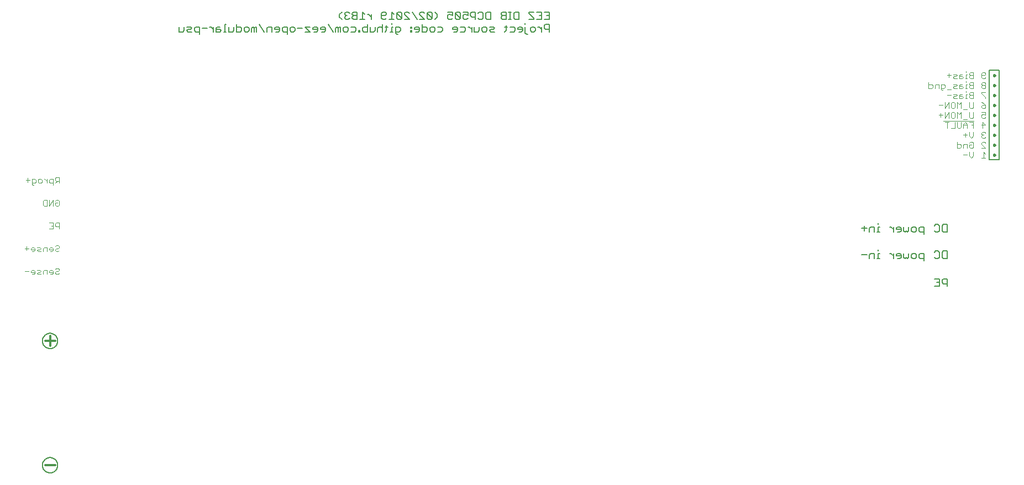
<source format=gbo>
G75*
%MOIN*%
%OFA0B0*%
%FSLAX25Y25*%
%IPPOS*%
%LPD*%
%AMOC8*
5,1,8,0,0,1.08239X$1,22.5*
%
%ADD10C,0.00500*%
%ADD11C,0.00400*%
%ADD12C,0.00800*%
%ADD13C,0.01200*%
%ADD14C,0.01000*%
%ADD15C,0.00600*%
D10*
X0577066Y0288614D02*
X0580069Y0288614D01*
X0581670Y0288614D02*
X0581670Y0286362D01*
X0581670Y0288614D02*
X0582421Y0289365D01*
X0584673Y0289365D01*
X0584673Y0286362D01*
X0586241Y0286362D02*
X0587742Y0286362D01*
X0586991Y0286362D02*
X0586991Y0289365D01*
X0587742Y0289365D01*
X0586991Y0290866D02*
X0586991Y0291617D01*
X0593931Y0289365D02*
X0594681Y0289365D01*
X0596183Y0287863D01*
X0596183Y0286362D02*
X0596183Y0289365D01*
X0597784Y0288614D02*
X0597784Y0287863D01*
X0600787Y0287863D01*
X0600787Y0287113D02*
X0600787Y0288614D01*
X0600036Y0289365D01*
X0598535Y0289365D01*
X0597784Y0288614D01*
X0598535Y0286362D02*
X0600036Y0286362D01*
X0600787Y0287113D01*
X0602388Y0287113D02*
X0602388Y0289365D01*
X0602388Y0287113D02*
X0603139Y0286362D01*
X0603889Y0287113D01*
X0604640Y0286362D01*
X0605390Y0287113D01*
X0605390Y0289365D01*
X0606992Y0288614D02*
X0607742Y0289365D01*
X0609244Y0289365D01*
X0609994Y0288614D01*
X0609994Y0287113D01*
X0609244Y0286362D01*
X0607742Y0286362D01*
X0606992Y0287113D01*
X0606992Y0288614D01*
X0611596Y0288614D02*
X0611596Y0287113D01*
X0612346Y0286362D01*
X0614598Y0286362D01*
X0614598Y0284861D02*
X0614598Y0289365D01*
X0612346Y0289365D01*
X0611596Y0288614D01*
X0620804Y0287113D02*
X0621554Y0286362D01*
X0623056Y0286362D01*
X0623806Y0287113D01*
X0623806Y0290115D01*
X0623056Y0290866D01*
X0621554Y0290866D01*
X0620804Y0290115D01*
X0625408Y0290115D02*
X0626158Y0290866D01*
X0628410Y0290866D01*
X0628410Y0286362D01*
X0626158Y0286362D01*
X0625408Y0287113D01*
X0625408Y0290115D01*
X0626158Y0302362D02*
X0625408Y0303113D01*
X0625408Y0306115D01*
X0626158Y0306866D01*
X0628410Y0306866D01*
X0628410Y0302362D01*
X0626158Y0302362D01*
X0623806Y0303113D02*
X0623056Y0302362D01*
X0621554Y0302362D01*
X0620804Y0303113D01*
X0623806Y0303113D02*
X0623806Y0306115D01*
X0623056Y0306866D01*
X0621554Y0306866D01*
X0620804Y0306115D01*
X0614598Y0305365D02*
X0614598Y0300861D01*
X0614598Y0302362D02*
X0612346Y0302362D01*
X0611596Y0303113D01*
X0611596Y0304614D01*
X0612346Y0305365D01*
X0614598Y0305365D01*
X0609994Y0304614D02*
X0609244Y0305365D01*
X0607742Y0305365D01*
X0606992Y0304614D01*
X0606992Y0303113D01*
X0607742Y0302362D01*
X0609244Y0302362D01*
X0609994Y0303113D01*
X0609994Y0304614D01*
X0605390Y0305365D02*
X0605390Y0303113D01*
X0604640Y0302362D01*
X0603889Y0303113D01*
X0603139Y0302362D01*
X0602388Y0303113D01*
X0602388Y0305365D01*
X0600787Y0304614D02*
X0600036Y0305365D01*
X0598535Y0305365D01*
X0597784Y0304614D01*
X0597784Y0303863D01*
X0600787Y0303863D01*
X0600787Y0303113D02*
X0600787Y0304614D01*
X0600787Y0303113D02*
X0600036Y0302362D01*
X0598535Y0302362D01*
X0596183Y0302362D02*
X0596183Y0305365D01*
X0596183Y0303863D02*
X0594681Y0305365D01*
X0593931Y0305365D01*
X0587742Y0305365D02*
X0586991Y0305365D01*
X0586991Y0302362D01*
X0586241Y0302362D02*
X0587742Y0302362D01*
X0584673Y0302362D02*
X0584673Y0305365D01*
X0582421Y0305365D01*
X0581670Y0304614D01*
X0581670Y0302362D01*
X0580069Y0304614D02*
X0577066Y0304614D01*
X0578568Y0306115D02*
X0578568Y0303113D01*
X0586991Y0306866D02*
X0586991Y0307617D01*
X0620804Y0274116D02*
X0623806Y0274116D01*
X0623806Y0269612D01*
X0620804Y0269612D01*
X0622305Y0271864D02*
X0623806Y0271864D01*
X0625408Y0271864D02*
X0626158Y0271113D01*
X0628410Y0271113D01*
X0628410Y0269612D02*
X0628410Y0274116D01*
X0626158Y0274116D01*
X0625408Y0273365D01*
X0625408Y0271864D01*
X0388544Y0423096D02*
X0388544Y0427600D01*
X0386292Y0427600D01*
X0385541Y0426850D01*
X0385541Y0425348D01*
X0386292Y0424598D01*
X0388544Y0424598D01*
X0383940Y0424598D02*
X0382439Y0426099D01*
X0381688Y0426099D01*
X0380103Y0425348D02*
X0380103Y0423847D01*
X0379353Y0423096D01*
X0377852Y0423096D01*
X0377101Y0423847D01*
X0377101Y0425348D01*
X0377852Y0426099D01*
X0379353Y0426099D01*
X0380103Y0425348D01*
X0383940Y0426099D02*
X0383940Y0423096D01*
X0383940Y0430596D02*
X0380937Y0430596D01*
X0379336Y0430596D02*
X0376334Y0430596D01*
X0379336Y0430596D02*
X0379336Y0431347D01*
X0376334Y0434350D01*
X0376334Y0435100D01*
X0379336Y0435100D01*
X0380937Y0435100D02*
X0383940Y0435100D01*
X0383940Y0430596D01*
X0385541Y0430596D02*
X0388544Y0430596D01*
X0388544Y0435100D01*
X0385541Y0435100D01*
X0387043Y0432848D02*
X0388544Y0432848D01*
X0383940Y0432848D02*
X0382439Y0432848D01*
X0373998Y0428351D02*
X0373998Y0427600D01*
X0373998Y0426099D02*
X0373998Y0422346D01*
X0374749Y0421595D01*
X0375500Y0421595D01*
X0372430Y0423847D02*
X0371680Y0423096D01*
X0370178Y0423096D01*
X0369428Y0424598D02*
X0372430Y0424598D01*
X0372430Y0425348D02*
X0371680Y0426099D01*
X0370178Y0426099D01*
X0369428Y0425348D01*
X0369428Y0424598D01*
X0367826Y0425348D02*
X0367826Y0423847D01*
X0367076Y0423096D01*
X0364824Y0423096D01*
X0362472Y0423847D02*
X0361721Y0423096D01*
X0362472Y0423847D02*
X0362472Y0426850D01*
X0363222Y0426099D02*
X0361721Y0426099D01*
X0364824Y0426099D02*
X0367076Y0426099D01*
X0367826Y0425348D01*
X0372430Y0425348D02*
X0372430Y0423847D01*
X0370128Y0430596D02*
X0367876Y0430596D01*
X0367126Y0431347D01*
X0367126Y0434350D01*
X0367876Y0435100D01*
X0370128Y0435100D01*
X0370128Y0430596D01*
X0365524Y0430596D02*
X0364023Y0430596D01*
X0364774Y0430596D02*
X0364774Y0435100D01*
X0365524Y0435100D02*
X0364023Y0435100D01*
X0362455Y0435100D02*
X0360203Y0435100D01*
X0359452Y0434350D01*
X0359452Y0433599D01*
X0360203Y0432848D01*
X0362455Y0432848D01*
X0362455Y0430596D02*
X0360203Y0430596D01*
X0359452Y0431347D01*
X0359452Y0432098D01*
X0360203Y0432848D01*
X0362455Y0430596D02*
X0362455Y0435100D01*
X0353247Y0435100D02*
X0353247Y0430596D01*
X0350995Y0430596D01*
X0350245Y0431347D01*
X0350245Y0434350D01*
X0350995Y0435100D01*
X0353247Y0435100D01*
X0348643Y0434350D02*
X0348643Y0431347D01*
X0347893Y0430596D01*
X0346391Y0430596D01*
X0345641Y0431347D01*
X0344039Y0430596D02*
X0344039Y0435100D01*
X0341787Y0435100D01*
X0341037Y0434350D01*
X0341037Y0432848D01*
X0341787Y0432098D01*
X0344039Y0432098D01*
X0345641Y0434350D02*
X0346391Y0435100D01*
X0347893Y0435100D01*
X0348643Y0434350D01*
X0348693Y0426099D02*
X0350195Y0426099D01*
X0350945Y0425348D01*
X0350945Y0423847D01*
X0350195Y0423096D01*
X0348693Y0423096D01*
X0347943Y0423847D01*
X0347943Y0425348D01*
X0348693Y0426099D01*
X0346341Y0426099D02*
X0346341Y0423847D01*
X0345591Y0423096D01*
X0343339Y0423096D01*
X0343339Y0426099D01*
X0341737Y0426099D02*
X0341737Y0423096D01*
X0341737Y0424598D02*
X0340236Y0426099D01*
X0339485Y0426099D01*
X0337901Y0425348D02*
X0337901Y0423847D01*
X0337150Y0423096D01*
X0334898Y0423096D01*
X0333297Y0423847D02*
X0333297Y0425348D01*
X0332546Y0426099D01*
X0331045Y0426099D01*
X0330294Y0425348D01*
X0330294Y0424598D01*
X0333297Y0424598D01*
X0333297Y0423847D02*
X0332546Y0423096D01*
X0331045Y0423096D01*
X0334898Y0426099D02*
X0337150Y0426099D01*
X0337901Y0425348D01*
X0337184Y0430596D02*
X0338685Y0430596D01*
X0339435Y0431347D01*
X0339435Y0432848D02*
X0337934Y0433599D01*
X0337184Y0433599D01*
X0336433Y0432848D01*
X0336433Y0431347D01*
X0337184Y0430596D01*
X0334832Y0431347D02*
X0331829Y0434350D01*
X0331829Y0431347D01*
X0332580Y0430596D01*
X0334081Y0430596D01*
X0334832Y0431347D01*
X0334832Y0434350D01*
X0334081Y0435100D01*
X0332580Y0435100D01*
X0331829Y0434350D01*
X0330228Y0435100D02*
X0330228Y0432848D01*
X0328726Y0433599D01*
X0327976Y0433599D01*
X0327225Y0432848D01*
X0327225Y0431347D01*
X0327976Y0430596D01*
X0329477Y0430596D01*
X0330228Y0431347D01*
X0330228Y0435100D02*
X0327225Y0435100D01*
X0321020Y0433599D02*
X0321020Y0432098D01*
X0319518Y0430596D01*
X0317950Y0431347D02*
X0314948Y0434350D01*
X0314948Y0431347D01*
X0315699Y0430596D01*
X0317200Y0430596D01*
X0317950Y0431347D01*
X0317950Y0434350D01*
X0317200Y0435100D01*
X0315699Y0435100D01*
X0314948Y0434350D01*
X0313347Y0434350D02*
X0312596Y0435100D01*
X0311095Y0435100D01*
X0310344Y0434350D01*
X0310344Y0433599D01*
X0313347Y0430596D01*
X0310344Y0430596D01*
X0308743Y0430596D02*
X0305740Y0435100D01*
X0304139Y0434350D02*
X0303388Y0435100D01*
X0301887Y0435100D01*
X0301136Y0434350D01*
X0301136Y0433599D01*
X0304139Y0430596D01*
X0301136Y0430596D01*
X0299535Y0431347D02*
X0296532Y0434350D01*
X0296532Y0431347D01*
X0297283Y0430596D01*
X0298784Y0430596D01*
X0299535Y0431347D01*
X0299535Y0434350D01*
X0298784Y0435100D01*
X0297283Y0435100D01*
X0296532Y0434350D01*
X0294931Y0433599D02*
X0293430Y0435100D01*
X0293430Y0430596D01*
X0294931Y0430596D02*
X0291928Y0430596D01*
X0290327Y0431347D02*
X0289576Y0430596D01*
X0288075Y0430596D01*
X0287324Y0431347D01*
X0287324Y0434350D01*
X0288075Y0435100D01*
X0289576Y0435100D01*
X0290327Y0434350D01*
X0290327Y0433599D01*
X0289576Y0432848D01*
X0287324Y0432848D01*
X0288025Y0427600D02*
X0288025Y0423096D01*
X0289593Y0423096D02*
X0290344Y0423847D01*
X0290344Y0426850D01*
X0291094Y0426099D02*
X0289593Y0426099D01*
X0288025Y0425348D02*
X0287274Y0426099D01*
X0285773Y0426099D01*
X0285022Y0425348D01*
X0285022Y0423096D01*
X0283421Y0423847D02*
X0282670Y0423096D01*
X0280418Y0423096D01*
X0280418Y0426099D01*
X0278817Y0426099D02*
X0276565Y0426099D01*
X0275815Y0425348D01*
X0275815Y0423847D01*
X0276565Y0423096D01*
X0278817Y0423096D01*
X0278817Y0427600D01*
X0277282Y0430596D02*
X0274280Y0430596D01*
X0275781Y0430596D02*
X0275781Y0435100D01*
X0277282Y0433599D01*
X0278867Y0433599D02*
X0279618Y0433599D01*
X0281119Y0432098D01*
X0281119Y0433599D02*
X0281119Y0430596D01*
X0283421Y0426099D02*
X0283421Y0423847D01*
X0292662Y0423096D02*
X0294164Y0423096D01*
X0293413Y0423096D02*
X0293413Y0426099D01*
X0294164Y0426099D01*
X0295765Y0426099D02*
X0298017Y0426099D01*
X0298767Y0425348D01*
X0298767Y0423847D01*
X0298017Y0423096D01*
X0295765Y0423096D01*
X0295765Y0422346D02*
X0295765Y0426099D01*
X0293413Y0427600D02*
X0293413Y0428351D01*
X0295765Y0422346D02*
X0296516Y0421595D01*
X0297266Y0421595D01*
X0304923Y0423096D02*
X0304923Y0423847D01*
X0305673Y0423847D01*
X0305673Y0423096D01*
X0304923Y0423096D01*
X0304923Y0425348D02*
X0305673Y0425348D01*
X0305673Y0426099D01*
X0304923Y0426099D01*
X0304923Y0425348D01*
X0307275Y0425348D02*
X0307275Y0424598D01*
X0310277Y0424598D01*
X0310277Y0425348D02*
X0309527Y0426099D01*
X0308025Y0426099D01*
X0307275Y0425348D01*
X0308025Y0423096D02*
X0309527Y0423096D01*
X0310277Y0423847D01*
X0310277Y0425348D01*
X0311879Y0426099D02*
X0314131Y0426099D01*
X0314881Y0425348D01*
X0314881Y0423847D01*
X0314131Y0423096D01*
X0311879Y0423096D01*
X0311879Y0427600D01*
X0316483Y0425348D02*
X0317233Y0426099D01*
X0318734Y0426099D01*
X0319485Y0425348D01*
X0319485Y0423847D01*
X0318734Y0423096D01*
X0317233Y0423096D01*
X0316483Y0423847D01*
X0316483Y0425348D01*
X0321086Y0426099D02*
X0323338Y0426099D01*
X0324089Y0425348D01*
X0324089Y0423847D01*
X0323338Y0423096D01*
X0321086Y0423096D01*
X0339435Y0432848D02*
X0339435Y0435100D01*
X0336433Y0435100D01*
X0321020Y0433599D02*
X0319518Y0435100D01*
X0352547Y0426099D02*
X0354799Y0426099D01*
X0355549Y0425348D01*
X0354799Y0424598D01*
X0353297Y0424598D01*
X0352547Y0423847D01*
X0353297Y0423096D01*
X0355549Y0423096D01*
X0274213Y0423096D02*
X0273463Y0423096D01*
X0273463Y0423847D01*
X0274213Y0423847D01*
X0274213Y0423096D01*
X0271911Y0423847D02*
X0271161Y0423096D01*
X0268909Y0423096D01*
X0267307Y0423847D02*
X0266557Y0423096D01*
X0265055Y0423096D01*
X0264305Y0423847D01*
X0264305Y0425348D01*
X0265055Y0426099D01*
X0266557Y0426099D01*
X0267307Y0425348D01*
X0267307Y0423847D01*
X0268909Y0426099D02*
X0271161Y0426099D01*
X0271911Y0425348D01*
X0271911Y0423847D01*
X0272679Y0430596D02*
X0270427Y0430596D01*
X0269676Y0431347D01*
X0269676Y0432098D01*
X0270427Y0432848D01*
X0272679Y0432848D01*
X0272679Y0430596D02*
X0272679Y0435100D01*
X0270427Y0435100D01*
X0269676Y0434350D01*
X0269676Y0433599D01*
X0270427Y0432848D01*
X0268075Y0431347D02*
X0267324Y0430596D01*
X0265823Y0430596D01*
X0265072Y0431347D01*
X0265072Y0432098D01*
X0265823Y0432848D01*
X0266573Y0432848D01*
X0265823Y0432848D02*
X0265072Y0433599D01*
X0265072Y0434350D01*
X0265823Y0435100D01*
X0267324Y0435100D01*
X0268075Y0434350D01*
X0263471Y0435100D02*
X0261969Y0433599D01*
X0261969Y0432098D01*
X0263471Y0430596D01*
X0262703Y0426099D02*
X0261953Y0426099D01*
X0261202Y0425348D01*
X0260451Y0426099D01*
X0259701Y0425348D01*
X0259701Y0423096D01*
X0261202Y0423096D02*
X0261202Y0425348D01*
X0262703Y0426099D02*
X0262703Y0423096D01*
X0258099Y0423096D02*
X0255097Y0427600D01*
X0253496Y0425348D02*
X0252745Y0426099D01*
X0251244Y0426099D01*
X0250493Y0425348D01*
X0250493Y0424598D01*
X0253496Y0424598D01*
X0253496Y0425348D02*
X0253496Y0423847D01*
X0252745Y0423096D01*
X0251244Y0423096D01*
X0248892Y0423847D02*
X0248141Y0423096D01*
X0246640Y0423096D01*
X0245889Y0424598D02*
X0248892Y0424598D01*
X0248892Y0425348D02*
X0248141Y0426099D01*
X0246640Y0426099D01*
X0245889Y0425348D01*
X0245889Y0424598D01*
X0244288Y0426099D02*
X0241285Y0426099D01*
X0244288Y0423096D01*
X0241285Y0423096D01*
X0239684Y0425348D02*
X0236681Y0425348D01*
X0235080Y0425348D02*
X0235080Y0423847D01*
X0234329Y0423096D01*
X0232828Y0423096D01*
X0232077Y0423847D01*
X0232077Y0425348D01*
X0232828Y0426099D01*
X0234329Y0426099D01*
X0235080Y0425348D01*
X0230476Y0426099D02*
X0230476Y0421595D01*
X0230476Y0423096D02*
X0228224Y0423096D01*
X0227473Y0423847D01*
X0227473Y0425348D01*
X0228224Y0426099D01*
X0230476Y0426099D01*
X0225872Y0425348D02*
X0225121Y0426099D01*
X0223620Y0426099D01*
X0222869Y0425348D01*
X0222869Y0424598D01*
X0225872Y0424598D01*
X0225872Y0425348D02*
X0225872Y0423847D01*
X0225121Y0423096D01*
X0223620Y0423096D01*
X0221268Y0423096D02*
X0221268Y0426099D01*
X0219016Y0426099D01*
X0218266Y0425348D01*
X0218266Y0423096D01*
X0216664Y0423096D02*
X0213662Y0427600D01*
X0212060Y0426099D02*
X0211310Y0426099D01*
X0210559Y0425348D01*
X0209808Y0426099D01*
X0209058Y0425348D01*
X0209058Y0423096D01*
X0210559Y0423096D02*
X0210559Y0425348D01*
X0212060Y0426099D02*
X0212060Y0423096D01*
X0207456Y0423847D02*
X0206706Y0423096D01*
X0205204Y0423096D01*
X0204454Y0423847D01*
X0204454Y0425348D01*
X0205204Y0426099D01*
X0206706Y0426099D01*
X0207456Y0425348D01*
X0207456Y0423847D01*
X0202852Y0423847D02*
X0202852Y0425348D01*
X0202102Y0426099D01*
X0199850Y0426099D01*
X0199850Y0427600D02*
X0199850Y0423096D01*
X0202102Y0423096D01*
X0202852Y0423847D01*
X0198248Y0423847D02*
X0197498Y0423096D01*
X0195246Y0423096D01*
X0195246Y0426099D01*
X0193645Y0427600D02*
X0192894Y0427600D01*
X0192894Y0423096D01*
X0193645Y0423096D02*
X0192143Y0423096D01*
X0190575Y0423847D02*
X0189825Y0423096D01*
X0187573Y0423096D01*
X0187573Y0425348D01*
X0188323Y0426099D01*
X0189825Y0426099D01*
X0189825Y0424598D02*
X0187573Y0424598D01*
X0185971Y0424598D02*
X0184470Y0426099D01*
X0183719Y0426099D01*
X0182135Y0425348D02*
X0179132Y0425348D01*
X0177531Y0426099D02*
X0175279Y0426099D01*
X0174528Y0425348D01*
X0174528Y0423847D01*
X0175279Y0423096D01*
X0177531Y0423096D01*
X0177531Y0421595D02*
X0177531Y0426099D01*
X0172927Y0425348D02*
X0172176Y0426099D01*
X0169924Y0426099D01*
X0168323Y0426099D02*
X0168323Y0423847D01*
X0167572Y0423096D01*
X0165320Y0423096D01*
X0165320Y0426099D01*
X0169924Y0423847D02*
X0170675Y0423096D01*
X0172927Y0423096D01*
X0172176Y0424598D02*
X0172927Y0425348D01*
X0172176Y0424598D02*
X0170675Y0424598D01*
X0169924Y0423847D01*
X0185971Y0423096D02*
X0185971Y0426099D01*
X0189825Y0424598D02*
X0190575Y0423847D01*
X0198248Y0423847D02*
X0198248Y0426099D01*
X0248892Y0425348D02*
X0248892Y0423847D01*
D11*
X0092960Y0335415D02*
X0092960Y0331812D01*
X0092960Y0333013D02*
X0091159Y0333013D01*
X0090558Y0333614D01*
X0090558Y0334815D01*
X0091159Y0335415D01*
X0092960Y0335415D01*
X0091759Y0333013D02*
X0090558Y0331812D01*
X0089277Y0331812D02*
X0087475Y0331812D01*
X0086875Y0332413D01*
X0086875Y0333614D01*
X0087475Y0334214D01*
X0089277Y0334214D01*
X0089277Y0330611D01*
X0085594Y0331812D02*
X0085594Y0334214D01*
X0085594Y0333013D02*
X0084393Y0334214D01*
X0083792Y0334214D01*
X0082525Y0333614D02*
X0082525Y0332413D01*
X0081924Y0331812D01*
X0080723Y0331812D01*
X0080122Y0332413D01*
X0080122Y0333614D01*
X0080723Y0334214D01*
X0081924Y0334214D01*
X0082525Y0333614D01*
X0078841Y0333614D02*
X0078841Y0332413D01*
X0078241Y0331812D01*
X0076439Y0331812D01*
X0076439Y0331212D02*
X0076439Y0334214D01*
X0078241Y0334214D01*
X0078841Y0333614D01*
X0077640Y0330611D02*
X0077040Y0330611D01*
X0076439Y0331212D01*
X0075158Y0333614D02*
X0072756Y0333614D01*
X0073957Y0334815D02*
X0073957Y0332413D01*
X0083792Y0321665D02*
X0085594Y0321665D01*
X0085594Y0318062D01*
X0083792Y0318062D01*
X0083192Y0318663D01*
X0083192Y0321065D01*
X0083792Y0321665D01*
X0086875Y0321665D02*
X0086875Y0318062D01*
X0089277Y0321665D01*
X0089277Y0318062D01*
X0090558Y0318663D02*
X0090558Y0319864D01*
X0091759Y0319864D01*
X0090558Y0321065D02*
X0091159Y0321665D01*
X0092360Y0321665D01*
X0092960Y0321065D01*
X0092960Y0318663D01*
X0092360Y0318062D01*
X0091159Y0318062D01*
X0090558Y0318663D01*
X0091159Y0307915D02*
X0090558Y0307315D01*
X0090558Y0306114D01*
X0091159Y0305513D01*
X0092960Y0305513D01*
X0092960Y0304312D02*
X0092960Y0307915D01*
X0091159Y0307915D01*
X0089277Y0307915D02*
X0089277Y0304312D01*
X0086875Y0304312D01*
X0088076Y0306114D02*
X0089277Y0306114D01*
X0089277Y0307915D02*
X0086875Y0307915D01*
X0091159Y0294165D02*
X0092360Y0294165D01*
X0092960Y0293565D01*
X0092960Y0292964D01*
X0092360Y0292364D01*
X0091159Y0292364D01*
X0090558Y0291763D01*
X0090558Y0291163D01*
X0091159Y0290562D01*
X0092360Y0290562D01*
X0092960Y0291163D01*
X0090558Y0293565D02*
X0091159Y0294165D01*
X0089277Y0292364D02*
X0088676Y0292964D01*
X0087475Y0292964D01*
X0086875Y0292364D01*
X0086875Y0291763D01*
X0089277Y0291763D01*
X0089277Y0291163D02*
X0089277Y0292364D01*
X0089277Y0291163D02*
X0088676Y0290562D01*
X0087475Y0290562D01*
X0085594Y0290562D02*
X0085594Y0292964D01*
X0083792Y0292964D01*
X0083192Y0292364D01*
X0083192Y0290562D01*
X0081911Y0290562D02*
X0080109Y0290562D01*
X0079509Y0291163D01*
X0080109Y0291763D01*
X0081310Y0291763D01*
X0081911Y0292364D01*
X0081310Y0292964D01*
X0079509Y0292964D01*
X0078228Y0292364D02*
X0077627Y0292964D01*
X0076426Y0292964D01*
X0075825Y0292364D01*
X0075825Y0291763D01*
X0078228Y0291763D01*
X0078228Y0291163D02*
X0078228Y0292364D01*
X0078228Y0291163D02*
X0077627Y0290562D01*
X0076426Y0290562D01*
X0074544Y0292364D02*
X0072142Y0292364D01*
X0073343Y0293565D02*
X0073343Y0291163D01*
X0076426Y0279214D02*
X0075825Y0278614D01*
X0075825Y0278013D01*
X0078228Y0278013D01*
X0078228Y0277413D02*
X0078228Y0278614D01*
X0077627Y0279214D01*
X0076426Y0279214D01*
X0074544Y0278614D02*
X0072142Y0278614D01*
X0076426Y0276812D02*
X0077627Y0276812D01*
X0078228Y0277413D01*
X0079509Y0277413D02*
X0080109Y0278013D01*
X0081310Y0278013D01*
X0081911Y0278614D01*
X0081310Y0279214D01*
X0079509Y0279214D01*
X0079509Y0277413D02*
X0080109Y0276812D01*
X0081911Y0276812D01*
X0083192Y0276812D02*
X0083192Y0278614D01*
X0083792Y0279214D01*
X0085594Y0279214D01*
X0085594Y0276812D01*
X0086875Y0278013D02*
X0089277Y0278013D01*
X0089277Y0277413D02*
X0089277Y0278614D01*
X0088676Y0279214D01*
X0087475Y0279214D01*
X0086875Y0278614D01*
X0086875Y0278013D01*
X0087475Y0276812D02*
X0088676Y0276812D01*
X0089277Y0277413D01*
X0090558Y0277413D02*
X0091159Y0276812D01*
X0092360Y0276812D01*
X0092960Y0277413D01*
X0092360Y0278614D02*
X0091159Y0278614D01*
X0090558Y0278013D01*
X0090558Y0277413D01*
X0092360Y0278614D02*
X0092960Y0279214D01*
X0092960Y0279815D01*
X0092360Y0280415D01*
X0091159Y0280415D01*
X0090558Y0279815D01*
X0617387Y0389062D02*
X0619189Y0389062D01*
X0619790Y0389663D01*
X0619790Y0390864D01*
X0619189Y0391464D01*
X0617387Y0391464D01*
X0617387Y0392665D02*
X0617387Y0389062D01*
X0621071Y0389062D02*
X0621071Y0390864D01*
X0621671Y0391464D01*
X0623473Y0391464D01*
X0623473Y0389062D01*
X0624754Y0389062D02*
X0626555Y0389062D01*
X0627156Y0389663D01*
X0627156Y0390864D01*
X0626555Y0391464D01*
X0624754Y0391464D01*
X0624754Y0388462D01*
X0625354Y0387861D01*
X0625955Y0387861D01*
X0628437Y0388462D02*
X0630839Y0388462D01*
X0632120Y0389663D02*
X0632721Y0390263D01*
X0633922Y0390263D01*
X0634522Y0390864D01*
X0633922Y0391464D01*
X0632120Y0391464D01*
X0632120Y0389663D02*
X0632721Y0389062D01*
X0634522Y0389062D01*
X0635803Y0389062D02*
X0637605Y0389062D01*
X0638205Y0389663D01*
X0637605Y0390263D01*
X0635803Y0390263D01*
X0635803Y0390864D02*
X0635803Y0389062D01*
X0635803Y0390864D02*
X0636404Y0391464D01*
X0637605Y0391464D01*
X0640060Y0391464D02*
X0640060Y0389062D01*
X0639460Y0389062D02*
X0640661Y0389062D01*
X0641942Y0389663D02*
X0642542Y0389062D01*
X0644344Y0389062D01*
X0644344Y0392665D01*
X0642542Y0392665D01*
X0641942Y0392065D01*
X0641942Y0391464D01*
X0642542Y0390864D01*
X0644344Y0390864D01*
X0642542Y0390864D02*
X0641942Y0390263D01*
X0641942Y0389663D01*
X0640661Y0391464D02*
X0640060Y0391464D01*
X0640060Y0392665D02*
X0640060Y0393266D01*
X0640060Y0395062D02*
X0640060Y0397464D01*
X0640661Y0397464D01*
X0641942Y0397464D02*
X0642542Y0396864D01*
X0644344Y0396864D01*
X0644344Y0398665D02*
X0642542Y0398665D01*
X0641942Y0398065D01*
X0641942Y0397464D01*
X0642542Y0396864D02*
X0641942Y0396263D01*
X0641942Y0395663D01*
X0642542Y0395062D01*
X0644344Y0395062D01*
X0644344Y0398665D01*
X0640060Y0398665D02*
X0640060Y0399266D01*
X0637605Y0397464D02*
X0636404Y0397464D01*
X0635803Y0396864D01*
X0635803Y0395062D01*
X0637605Y0395062D01*
X0638205Y0395663D01*
X0637605Y0396263D01*
X0635803Y0396263D01*
X0634522Y0396864D02*
X0633922Y0397464D01*
X0632120Y0397464D01*
X0632721Y0396263D02*
X0633922Y0396263D01*
X0634522Y0396864D01*
X0634522Y0395062D02*
X0632721Y0395062D01*
X0632120Y0395663D01*
X0632721Y0396263D01*
X0630839Y0396864D02*
X0628437Y0396864D01*
X0629638Y0398065D02*
X0629638Y0395663D01*
X0639460Y0395062D02*
X0640661Y0395062D01*
X0649308Y0395663D02*
X0649308Y0398065D01*
X0649909Y0398665D01*
X0651110Y0398665D01*
X0651710Y0398065D01*
X0651710Y0397464D01*
X0651110Y0396864D01*
X0649308Y0396864D01*
X0649308Y0395663D02*
X0649909Y0395062D01*
X0651110Y0395062D01*
X0651710Y0395663D01*
X0651110Y0392665D02*
X0649909Y0392665D01*
X0649308Y0392065D01*
X0649308Y0391464D01*
X0649909Y0390864D01*
X0651110Y0390864D01*
X0651710Y0391464D01*
X0651710Y0392065D01*
X0651110Y0392665D01*
X0651110Y0390864D02*
X0651710Y0390263D01*
X0651710Y0389663D01*
X0651110Y0389062D01*
X0649909Y0389062D01*
X0649308Y0389663D01*
X0649308Y0390263D01*
X0649909Y0390864D01*
X0649308Y0386665D02*
X0649308Y0386065D01*
X0651710Y0383663D01*
X0651710Y0383062D01*
X0650509Y0380065D02*
X0651710Y0378864D01*
X0649909Y0378864D01*
X0649308Y0378263D01*
X0649308Y0377663D01*
X0649909Y0377062D01*
X0651110Y0377062D01*
X0651710Y0377663D01*
X0651710Y0378864D01*
X0650509Y0380065D02*
X0649308Y0380665D01*
X0644344Y0380665D02*
X0644344Y0377663D01*
X0643743Y0377062D01*
X0642542Y0377062D01*
X0641942Y0377663D01*
X0641942Y0380665D01*
X0642542Y0383062D02*
X0644344Y0383062D01*
X0644344Y0386665D01*
X0642542Y0386665D01*
X0641942Y0386065D01*
X0641942Y0385464D01*
X0642542Y0384864D01*
X0644344Y0384864D01*
X0642542Y0384864D02*
X0641942Y0384263D01*
X0641942Y0383663D01*
X0642542Y0383062D01*
X0640661Y0383062D02*
X0639460Y0383062D01*
X0640060Y0383062D02*
X0640060Y0385464D01*
X0640661Y0385464D01*
X0640060Y0386665D02*
X0640060Y0387266D01*
X0637605Y0385464D02*
X0636404Y0385464D01*
X0635803Y0384864D01*
X0635803Y0383062D01*
X0637605Y0383062D01*
X0638205Y0383663D01*
X0637605Y0384263D01*
X0635803Y0384263D01*
X0634522Y0384864D02*
X0633922Y0385464D01*
X0632120Y0385464D01*
X0632721Y0384263D02*
X0633922Y0384263D01*
X0634522Y0384864D01*
X0634522Y0383062D02*
X0632721Y0383062D01*
X0632120Y0383663D01*
X0632721Y0384263D01*
X0630839Y0384864D02*
X0628437Y0384864D01*
X0629611Y0380665D02*
X0627209Y0377062D01*
X0627209Y0380665D01*
X0625928Y0378864D02*
X0623526Y0378864D01*
X0624727Y0374065D02*
X0624727Y0371663D01*
X0625928Y0372864D02*
X0623526Y0372864D01*
X0627209Y0374665D02*
X0627209Y0371062D01*
X0629611Y0374665D01*
X0629611Y0371062D01*
X0630892Y0371663D02*
X0630892Y0374065D01*
X0631493Y0374665D01*
X0632694Y0374665D01*
X0633294Y0374065D01*
X0633294Y0371663D01*
X0632694Y0371062D01*
X0631493Y0371062D01*
X0630892Y0371663D01*
X0629611Y0368665D02*
X0627209Y0368665D01*
X0628410Y0368665D02*
X0628410Y0365062D01*
X0630892Y0365062D02*
X0633294Y0365062D01*
X0633294Y0368665D01*
X0634575Y0368665D02*
X0634575Y0365663D01*
X0635176Y0365062D01*
X0636377Y0365062D01*
X0636978Y0365663D01*
X0636978Y0368665D01*
X0638259Y0367464D02*
X0638259Y0365062D01*
X0638259Y0366864D02*
X0640661Y0366864D01*
X0640661Y0367464D02*
X0639460Y0368665D01*
X0638259Y0367464D01*
X0640661Y0367464D02*
X0640661Y0365062D01*
X0641942Y0362665D02*
X0641942Y0360263D01*
X0643143Y0359062D01*
X0644344Y0360263D01*
X0644344Y0362665D01*
X0644344Y0365062D02*
X0644344Y0368665D01*
X0641942Y0368665D01*
X0643143Y0366864D02*
X0644344Y0366864D01*
X0644544Y0369462D02*
X0626128Y0369462D01*
X0629611Y0377062D02*
X0629611Y0380665D01*
X0630892Y0380065D02*
X0630892Y0377663D01*
X0631493Y0377062D01*
X0632694Y0377062D01*
X0633294Y0377663D01*
X0633294Y0380065D01*
X0632694Y0380665D01*
X0631493Y0380665D01*
X0630892Y0380065D01*
X0634575Y0380665D02*
X0634575Y0377062D01*
X0634575Y0374665D02*
X0634575Y0371062D01*
X0636978Y0371062D02*
X0636978Y0374665D01*
X0635777Y0373464D01*
X0634575Y0374665D01*
X0636978Y0377062D02*
X0636978Y0380665D01*
X0635777Y0379464D01*
X0634575Y0380665D01*
X0638259Y0376462D02*
X0640661Y0376462D01*
X0641942Y0374665D02*
X0641942Y0371663D01*
X0642542Y0371062D01*
X0643743Y0371062D01*
X0644344Y0371663D01*
X0644344Y0374665D01*
X0649308Y0374665D02*
X0651710Y0374665D01*
X0651710Y0372864D01*
X0650509Y0373464D01*
X0649909Y0373464D01*
X0649308Y0372864D01*
X0649308Y0371663D01*
X0649909Y0371062D01*
X0651110Y0371062D01*
X0651710Y0371663D01*
X0649909Y0368665D02*
X0651710Y0366864D01*
X0649308Y0366864D01*
X0649909Y0368665D02*
X0649909Y0365062D01*
X0649909Y0362665D02*
X0649308Y0362065D01*
X0649308Y0361464D01*
X0649909Y0360864D01*
X0649308Y0360263D01*
X0649308Y0359663D01*
X0649909Y0359062D01*
X0651110Y0359062D01*
X0651710Y0359663D01*
X0650509Y0360864D02*
X0649909Y0360864D01*
X0649909Y0362665D02*
X0651110Y0362665D01*
X0651710Y0362065D01*
X0651110Y0356665D02*
X0651710Y0356065D01*
X0651110Y0356665D02*
X0649909Y0356665D01*
X0649308Y0356065D01*
X0649308Y0355464D01*
X0651710Y0353062D01*
X0649308Y0353062D01*
X0650509Y0350665D02*
X0650509Y0347062D01*
X0651710Y0347062D02*
X0649308Y0347062D01*
X0651710Y0349464D02*
X0650509Y0350665D01*
X0644344Y0350665D02*
X0644344Y0348263D01*
X0643143Y0347062D01*
X0641942Y0348263D01*
X0641942Y0350665D01*
X0640661Y0348864D02*
X0638259Y0348864D01*
X0638259Y0353062D02*
X0638259Y0354864D01*
X0638859Y0355464D01*
X0640661Y0355464D01*
X0640661Y0353062D01*
X0641942Y0353663D02*
X0641942Y0354864D01*
X0643143Y0354864D01*
X0644344Y0356065D02*
X0643743Y0356665D01*
X0642542Y0356665D01*
X0641942Y0356065D01*
X0644344Y0356065D02*
X0644344Y0353663D01*
X0643743Y0353062D01*
X0642542Y0353062D01*
X0641942Y0353663D01*
X0636978Y0353663D02*
X0636978Y0354864D01*
X0636377Y0355464D01*
X0634575Y0355464D01*
X0634575Y0356665D02*
X0634575Y0353062D01*
X0636377Y0353062D01*
X0636978Y0353663D01*
X0639460Y0359663D02*
X0639460Y0362065D01*
X0640661Y0360864D02*
X0638259Y0360864D01*
X0638259Y0370462D02*
X0640661Y0370462D01*
X0649308Y0386665D02*
X0651710Y0386665D01*
D12*
X0082810Y0236612D02*
X0082812Y0236747D01*
X0082818Y0236882D01*
X0082828Y0237017D01*
X0082842Y0237151D01*
X0082859Y0237285D01*
X0082881Y0237418D01*
X0082907Y0237551D01*
X0082936Y0237683D01*
X0082970Y0237813D01*
X0083007Y0237943D01*
X0083048Y0238072D01*
X0083093Y0238199D01*
X0083141Y0238325D01*
X0083193Y0238450D01*
X0083249Y0238573D01*
X0083308Y0238694D01*
X0083371Y0238814D01*
X0083438Y0238931D01*
X0083507Y0239047D01*
X0083581Y0239161D01*
X0083657Y0239272D01*
X0083737Y0239381D01*
X0083820Y0239488D01*
X0083906Y0239592D01*
X0083995Y0239693D01*
X0084086Y0239792D01*
X0084181Y0239888D01*
X0084279Y0239982D01*
X0084379Y0240072D01*
X0084482Y0240160D01*
X0084587Y0240244D01*
X0084695Y0240326D01*
X0084805Y0240404D01*
X0084918Y0240478D01*
X0085032Y0240550D01*
X0085149Y0240618D01*
X0085268Y0240683D01*
X0085388Y0240744D01*
X0085510Y0240801D01*
X0085634Y0240855D01*
X0085759Y0240906D01*
X0085886Y0240952D01*
X0086014Y0240995D01*
X0086144Y0241034D01*
X0086274Y0241069D01*
X0086405Y0241101D01*
X0086537Y0241128D01*
X0086670Y0241152D01*
X0086804Y0241172D01*
X0086938Y0241188D01*
X0087073Y0241200D01*
X0087207Y0241208D01*
X0087342Y0241212D01*
X0087478Y0241212D01*
X0087613Y0241208D01*
X0087747Y0241200D01*
X0087882Y0241188D01*
X0088016Y0241172D01*
X0088150Y0241152D01*
X0088283Y0241128D01*
X0088415Y0241101D01*
X0088546Y0241069D01*
X0088676Y0241034D01*
X0088806Y0240995D01*
X0088934Y0240952D01*
X0089061Y0240906D01*
X0089186Y0240855D01*
X0089310Y0240801D01*
X0089432Y0240744D01*
X0089552Y0240683D01*
X0089671Y0240618D01*
X0089788Y0240550D01*
X0089902Y0240478D01*
X0090015Y0240404D01*
X0090125Y0240326D01*
X0090233Y0240244D01*
X0090338Y0240160D01*
X0090441Y0240072D01*
X0090541Y0239982D01*
X0090639Y0239888D01*
X0090734Y0239792D01*
X0090825Y0239693D01*
X0090914Y0239592D01*
X0091000Y0239488D01*
X0091083Y0239381D01*
X0091163Y0239272D01*
X0091239Y0239161D01*
X0091313Y0239047D01*
X0091382Y0238931D01*
X0091449Y0238814D01*
X0091512Y0238694D01*
X0091571Y0238573D01*
X0091627Y0238450D01*
X0091679Y0238325D01*
X0091727Y0238199D01*
X0091772Y0238072D01*
X0091813Y0237943D01*
X0091850Y0237813D01*
X0091884Y0237683D01*
X0091913Y0237551D01*
X0091939Y0237418D01*
X0091961Y0237285D01*
X0091978Y0237151D01*
X0091992Y0237017D01*
X0092002Y0236882D01*
X0092008Y0236747D01*
X0092010Y0236612D01*
X0092008Y0236477D01*
X0092002Y0236342D01*
X0091992Y0236207D01*
X0091978Y0236073D01*
X0091961Y0235939D01*
X0091939Y0235806D01*
X0091913Y0235673D01*
X0091884Y0235541D01*
X0091850Y0235411D01*
X0091813Y0235281D01*
X0091772Y0235152D01*
X0091727Y0235025D01*
X0091679Y0234899D01*
X0091627Y0234774D01*
X0091571Y0234651D01*
X0091512Y0234530D01*
X0091449Y0234410D01*
X0091382Y0234293D01*
X0091313Y0234177D01*
X0091239Y0234063D01*
X0091163Y0233952D01*
X0091083Y0233843D01*
X0091000Y0233736D01*
X0090914Y0233632D01*
X0090825Y0233531D01*
X0090734Y0233432D01*
X0090639Y0233336D01*
X0090541Y0233242D01*
X0090441Y0233152D01*
X0090338Y0233064D01*
X0090233Y0232980D01*
X0090125Y0232898D01*
X0090015Y0232820D01*
X0089902Y0232746D01*
X0089788Y0232674D01*
X0089671Y0232606D01*
X0089552Y0232541D01*
X0089432Y0232480D01*
X0089310Y0232423D01*
X0089186Y0232369D01*
X0089061Y0232318D01*
X0088934Y0232272D01*
X0088806Y0232229D01*
X0088676Y0232190D01*
X0088546Y0232155D01*
X0088415Y0232123D01*
X0088283Y0232096D01*
X0088150Y0232072D01*
X0088016Y0232052D01*
X0087882Y0232036D01*
X0087747Y0232024D01*
X0087613Y0232016D01*
X0087478Y0232012D01*
X0087342Y0232012D01*
X0087207Y0232016D01*
X0087073Y0232024D01*
X0086938Y0232036D01*
X0086804Y0232052D01*
X0086670Y0232072D01*
X0086537Y0232096D01*
X0086405Y0232123D01*
X0086274Y0232155D01*
X0086144Y0232190D01*
X0086014Y0232229D01*
X0085886Y0232272D01*
X0085759Y0232318D01*
X0085634Y0232369D01*
X0085510Y0232423D01*
X0085388Y0232480D01*
X0085268Y0232541D01*
X0085149Y0232606D01*
X0085032Y0232674D01*
X0084918Y0232746D01*
X0084805Y0232820D01*
X0084695Y0232898D01*
X0084587Y0232980D01*
X0084482Y0233064D01*
X0084379Y0233152D01*
X0084279Y0233242D01*
X0084181Y0233336D01*
X0084086Y0233432D01*
X0083995Y0233531D01*
X0083906Y0233632D01*
X0083820Y0233736D01*
X0083737Y0233843D01*
X0083657Y0233952D01*
X0083581Y0234063D01*
X0083507Y0234177D01*
X0083438Y0234293D01*
X0083371Y0234410D01*
X0083308Y0234530D01*
X0083249Y0234651D01*
X0083193Y0234774D01*
X0083141Y0234899D01*
X0083093Y0235025D01*
X0083048Y0235152D01*
X0083007Y0235281D01*
X0082970Y0235411D01*
X0082936Y0235541D01*
X0082907Y0235673D01*
X0082881Y0235806D01*
X0082859Y0235939D01*
X0082842Y0236073D01*
X0082828Y0236207D01*
X0082818Y0236342D01*
X0082812Y0236477D01*
X0082810Y0236612D01*
X0082810Y0161612D02*
X0082812Y0161747D01*
X0082818Y0161882D01*
X0082828Y0162017D01*
X0082842Y0162151D01*
X0082859Y0162285D01*
X0082881Y0162418D01*
X0082907Y0162551D01*
X0082936Y0162683D01*
X0082970Y0162813D01*
X0083007Y0162943D01*
X0083048Y0163072D01*
X0083093Y0163199D01*
X0083141Y0163325D01*
X0083193Y0163450D01*
X0083249Y0163573D01*
X0083308Y0163694D01*
X0083371Y0163814D01*
X0083438Y0163931D01*
X0083507Y0164047D01*
X0083581Y0164161D01*
X0083657Y0164272D01*
X0083737Y0164381D01*
X0083820Y0164488D01*
X0083906Y0164592D01*
X0083995Y0164693D01*
X0084086Y0164792D01*
X0084181Y0164888D01*
X0084279Y0164982D01*
X0084379Y0165072D01*
X0084482Y0165160D01*
X0084587Y0165244D01*
X0084695Y0165326D01*
X0084805Y0165404D01*
X0084918Y0165478D01*
X0085032Y0165550D01*
X0085149Y0165618D01*
X0085268Y0165683D01*
X0085388Y0165744D01*
X0085510Y0165801D01*
X0085634Y0165855D01*
X0085759Y0165906D01*
X0085886Y0165952D01*
X0086014Y0165995D01*
X0086144Y0166034D01*
X0086274Y0166069D01*
X0086405Y0166101D01*
X0086537Y0166128D01*
X0086670Y0166152D01*
X0086804Y0166172D01*
X0086938Y0166188D01*
X0087073Y0166200D01*
X0087207Y0166208D01*
X0087342Y0166212D01*
X0087478Y0166212D01*
X0087613Y0166208D01*
X0087747Y0166200D01*
X0087882Y0166188D01*
X0088016Y0166172D01*
X0088150Y0166152D01*
X0088283Y0166128D01*
X0088415Y0166101D01*
X0088546Y0166069D01*
X0088676Y0166034D01*
X0088806Y0165995D01*
X0088934Y0165952D01*
X0089061Y0165906D01*
X0089186Y0165855D01*
X0089310Y0165801D01*
X0089432Y0165744D01*
X0089552Y0165683D01*
X0089671Y0165618D01*
X0089788Y0165550D01*
X0089902Y0165478D01*
X0090015Y0165404D01*
X0090125Y0165326D01*
X0090233Y0165244D01*
X0090338Y0165160D01*
X0090441Y0165072D01*
X0090541Y0164982D01*
X0090639Y0164888D01*
X0090734Y0164792D01*
X0090825Y0164693D01*
X0090914Y0164592D01*
X0091000Y0164488D01*
X0091083Y0164381D01*
X0091163Y0164272D01*
X0091239Y0164161D01*
X0091313Y0164047D01*
X0091382Y0163931D01*
X0091449Y0163814D01*
X0091512Y0163694D01*
X0091571Y0163573D01*
X0091627Y0163450D01*
X0091679Y0163325D01*
X0091727Y0163199D01*
X0091772Y0163072D01*
X0091813Y0162943D01*
X0091850Y0162813D01*
X0091884Y0162683D01*
X0091913Y0162551D01*
X0091939Y0162418D01*
X0091961Y0162285D01*
X0091978Y0162151D01*
X0091992Y0162017D01*
X0092002Y0161882D01*
X0092008Y0161747D01*
X0092010Y0161612D01*
X0092008Y0161477D01*
X0092002Y0161342D01*
X0091992Y0161207D01*
X0091978Y0161073D01*
X0091961Y0160939D01*
X0091939Y0160806D01*
X0091913Y0160673D01*
X0091884Y0160541D01*
X0091850Y0160411D01*
X0091813Y0160281D01*
X0091772Y0160152D01*
X0091727Y0160025D01*
X0091679Y0159899D01*
X0091627Y0159774D01*
X0091571Y0159651D01*
X0091512Y0159530D01*
X0091449Y0159410D01*
X0091382Y0159293D01*
X0091313Y0159177D01*
X0091239Y0159063D01*
X0091163Y0158952D01*
X0091083Y0158843D01*
X0091000Y0158736D01*
X0090914Y0158632D01*
X0090825Y0158531D01*
X0090734Y0158432D01*
X0090639Y0158336D01*
X0090541Y0158242D01*
X0090441Y0158152D01*
X0090338Y0158064D01*
X0090233Y0157980D01*
X0090125Y0157898D01*
X0090015Y0157820D01*
X0089902Y0157746D01*
X0089788Y0157674D01*
X0089671Y0157606D01*
X0089552Y0157541D01*
X0089432Y0157480D01*
X0089310Y0157423D01*
X0089186Y0157369D01*
X0089061Y0157318D01*
X0088934Y0157272D01*
X0088806Y0157229D01*
X0088676Y0157190D01*
X0088546Y0157155D01*
X0088415Y0157123D01*
X0088283Y0157096D01*
X0088150Y0157072D01*
X0088016Y0157052D01*
X0087882Y0157036D01*
X0087747Y0157024D01*
X0087613Y0157016D01*
X0087478Y0157012D01*
X0087342Y0157012D01*
X0087207Y0157016D01*
X0087073Y0157024D01*
X0086938Y0157036D01*
X0086804Y0157052D01*
X0086670Y0157072D01*
X0086537Y0157096D01*
X0086405Y0157123D01*
X0086274Y0157155D01*
X0086144Y0157190D01*
X0086014Y0157229D01*
X0085886Y0157272D01*
X0085759Y0157318D01*
X0085634Y0157369D01*
X0085510Y0157423D01*
X0085388Y0157480D01*
X0085268Y0157541D01*
X0085149Y0157606D01*
X0085032Y0157674D01*
X0084918Y0157746D01*
X0084805Y0157820D01*
X0084695Y0157898D01*
X0084587Y0157980D01*
X0084482Y0158064D01*
X0084379Y0158152D01*
X0084279Y0158242D01*
X0084181Y0158336D01*
X0084086Y0158432D01*
X0083995Y0158531D01*
X0083906Y0158632D01*
X0083820Y0158736D01*
X0083737Y0158843D01*
X0083657Y0158952D01*
X0083581Y0159063D01*
X0083507Y0159177D01*
X0083438Y0159293D01*
X0083371Y0159410D01*
X0083308Y0159530D01*
X0083249Y0159651D01*
X0083193Y0159774D01*
X0083141Y0159899D01*
X0083093Y0160025D01*
X0083048Y0160152D01*
X0083007Y0160281D01*
X0082970Y0160411D01*
X0082936Y0160541D01*
X0082907Y0160673D01*
X0082881Y0160806D01*
X0082859Y0160939D01*
X0082842Y0161073D01*
X0082828Y0161207D01*
X0082818Y0161342D01*
X0082812Y0161477D01*
X0082810Y0161612D01*
D13*
X0084410Y0161612D02*
X0090410Y0161612D01*
X0087410Y0233612D02*
X0087410Y0239612D01*
X0084410Y0236612D02*
X0090410Y0236612D01*
D14*
X0656410Y0348862D02*
X0656412Y0348906D01*
X0656418Y0348950D01*
X0656428Y0348993D01*
X0656441Y0349035D01*
X0656458Y0349076D01*
X0656479Y0349115D01*
X0656503Y0349152D01*
X0656530Y0349187D01*
X0656560Y0349219D01*
X0656593Y0349249D01*
X0656629Y0349275D01*
X0656666Y0349299D01*
X0656706Y0349318D01*
X0656747Y0349335D01*
X0656790Y0349347D01*
X0656833Y0349356D01*
X0656877Y0349361D01*
X0656921Y0349362D01*
X0656965Y0349359D01*
X0657009Y0349352D01*
X0657052Y0349341D01*
X0657094Y0349327D01*
X0657134Y0349309D01*
X0657173Y0349287D01*
X0657209Y0349263D01*
X0657243Y0349235D01*
X0657275Y0349204D01*
X0657304Y0349170D01*
X0657330Y0349134D01*
X0657352Y0349096D01*
X0657371Y0349056D01*
X0657386Y0349014D01*
X0657398Y0348972D01*
X0657406Y0348928D01*
X0657410Y0348884D01*
X0657410Y0348840D01*
X0657406Y0348796D01*
X0657398Y0348752D01*
X0657386Y0348710D01*
X0657371Y0348668D01*
X0657352Y0348628D01*
X0657330Y0348590D01*
X0657304Y0348554D01*
X0657275Y0348520D01*
X0657243Y0348489D01*
X0657209Y0348461D01*
X0657173Y0348437D01*
X0657134Y0348415D01*
X0657094Y0348397D01*
X0657052Y0348383D01*
X0657009Y0348372D01*
X0656965Y0348365D01*
X0656921Y0348362D01*
X0656877Y0348363D01*
X0656833Y0348368D01*
X0656790Y0348377D01*
X0656747Y0348389D01*
X0656706Y0348406D01*
X0656666Y0348425D01*
X0656629Y0348449D01*
X0656593Y0348475D01*
X0656560Y0348505D01*
X0656530Y0348537D01*
X0656503Y0348572D01*
X0656479Y0348609D01*
X0656458Y0348648D01*
X0656441Y0348689D01*
X0656428Y0348731D01*
X0656418Y0348774D01*
X0656412Y0348818D01*
X0656410Y0348862D01*
X0656410Y0354862D02*
X0656412Y0354906D01*
X0656418Y0354950D01*
X0656428Y0354993D01*
X0656441Y0355035D01*
X0656458Y0355076D01*
X0656479Y0355115D01*
X0656503Y0355152D01*
X0656530Y0355187D01*
X0656560Y0355219D01*
X0656593Y0355249D01*
X0656629Y0355275D01*
X0656666Y0355299D01*
X0656706Y0355318D01*
X0656747Y0355335D01*
X0656790Y0355347D01*
X0656833Y0355356D01*
X0656877Y0355361D01*
X0656921Y0355362D01*
X0656965Y0355359D01*
X0657009Y0355352D01*
X0657052Y0355341D01*
X0657094Y0355327D01*
X0657134Y0355309D01*
X0657173Y0355287D01*
X0657209Y0355263D01*
X0657243Y0355235D01*
X0657275Y0355204D01*
X0657304Y0355170D01*
X0657330Y0355134D01*
X0657352Y0355096D01*
X0657371Y0355056D01*
X0657386Y0355014D01*
X0657398Y0354972D01*
X0657406Y0354928D01*
X0657410Y0354884D01*
X0657410Y0354840D01*
X0657406Y0354796D01*
X0657398Y0354752D01*
X0657386Y0354710D01*
X0657371Y0354668D01*
X0657352Y0354628D01*
X0657330Y0354590D01*
X0657304Y0354554D01*
X0657275Y0354520D01*
X0657243Y0354489D01*
X0657209Y0354461D01*
X0657173Y0354437D01*
X0657134Y0354415D01*
X0657094Y0354397D01*
X0657052Y0354383D01*
X0657009Y0354372D01*
X0656965Y0354365D01*
X0656921Y0354362D01*
X0656877Y0354363D01*
X0656833Y0354368D01*
X0656790Y0354377D01*
X0656747Y0354389D01*
X0656706Y0354406D01*
X0656666Y0354425D01*
X0656629Y0354449D01*
X0656593Y0354475D01*
X0656560Y0354505D01*
X0656530Y0354537D01*
X0656503Y0354572D01*
X0656479Y0354609D01*
X0656458Y0354648D01*
X0656441Y0354689D01*
X0656428Y0354731D01*
X0656418Y0354774D01*
X0656412Y0354818D01*
X0656410Y0354862D01*
X0656410Y0360862D02*
X0656412Y0360906D01*
X0656418Y0360950D01*
X0656428Y0360993D01*
X0656441Y0361035D01*
X0656458Y0361076D01*
X0656479Y0361115D01*
X0656503Y0361152D01*
X0656530Y0361187D01*
X0656560Y0361219D01*
X0656593Y0361249D01*
X0656629Y0361275D01*
X0656666Y0361299D01*
X0656706Y0361318D01*
X0656747Y0361335D01*
X0656790Y0361347D01*
X0656833Y0361356D01*
X0656877Y0361361D01*
X0656921Y0361362D01*
X0656965Y0361359D01*
X0657009Y0361352D01*
X0657052Y0361341D01*
X0657094Y0361327D01*
X0657134Y0361309D01*
X0657173Y0361287D01*
X0657209Y0361263D01*
X0657243Y0361235D01*
X0657275Y0361204D01*
X0657304Y0361170D01*
X0657330Y0361134D01*
X0657352Y0361096D01*
X0657371Y0361056D01*
X0657386Y0361014D01*
X0657398Y0360972D01*
X0657406Y0360928D01*
X0657410Y0360884D01*
X0657410Y0360840D01*
X0657406Y0360796D01*
X0657398Y0360752D01*
X0657386Y0360710D01*
X0657371Y0360668D01*
X0657352Y0360628D01*
X0657330Y0360590D01*
X0657304Y0360554D01*
X0657275Y0360520D01*
X0657243Y0360489D01*
X0657209Y0360461D01*
X0657173Y0360437D01*
X0657134Y0360415D01*
X0657094Y0360397D01*
X0657052Y0360383D01*
X0657009Y0360372D01*
X0656965Y0360365D01*
X0656921Y0360362D01*
X0656877Y0360363D01*
X0656833Y0360368D01*
X0656790Y0360377D01*
X0656747Y0360389D01*
X0656706Y0360406D01*
X0656666Y0360425D01*
X0656629Y0360449D01*
X0656593Y0360475D01*
X0656560Y0360505D01*
X0656530Y0360537D01*
X0656503Y0360572D01*
X0656479Y0360609D01*
X0656458Y0360648D01*
X0656441Y0360689D01*
X0656428Y0360731D01*
X0656418Y0360774D01*
X0656412Y0360818D01*
X0656410Y0360862D01*
X0656410Y0366862D02*
X0656412Y0366906D01*
X0656418Y0366950D01*
X0656428Y0366993D01*
X0656441Y0367035D01*
X0656458Y0367076D01*
X0656479Y0367115D01*
X0656503Y0367152D01*
X0656530Y0367187D01*
X0656560Y0367219D01*
X0656593Y0367249D01*
X0656629Y0367275D01*
X0656666Y0367299D01*
X0656706Y0367318D01*
X0656747Y0367335D01*
X0656790Y0367347D01*
X0656833Y0367356D01*
X0656877Y0367361D01*
X0656921Y0367362D01*
X0656965Y0367359D01*
X0657009Y0367352D01*
X0657052Y0367341D01*
X0657094Y0367327D01*
X0657134Y0367309D01*
X0657173Y0367287D01*
X0657209Y0367263D01*
X0657243Y0367235D01*
X0657275Y0367204D01*
X0657304Y0367170D01*
X0657330Y0367134D01*
X0657352Y0367096D01*
X0657371Y0367056D01*
X0657386Y0367014D01*
X0657398Y0366972D01*
X0657406Y0366928D01*
X0657410Y0366884D01*
X0657410Y0366840D01*
X0657406Y0366796D01*
X0657398Y0366752D01*
X0657386Y0366710D01*
X0657371Y0366668D01*
X0657352Y0366628D01*
X0657330Y0366590D01*
X0657304Y0366554D01*
X0657275Y0366520D01*
X0657243Y0366489D01*
X0657209Y0366461D01*
X0657173Y0366437D01*
X0657134Y0366415D01*
X0657094Y0366397D01*
X0657052Y0366383D01*
X0657009Y0366372D01*
X0656965Y0366365D01*
X0656921Y0366362D01*
X0656877Y0366363D01*
X0656833Y0366368D01*
X0656790Y0366377D01*
X0656747Y0366389D01*
X0656706Y0366406D01*
X0656666Y0366425D01*
X0656629Y0366449D01*
X0656593Y0366475D01*
X0656560Y0366505D01*
X0656530Y0366537D01*
X0656503Y0366572D01*
X0656479Y0366609D01*
X0656458Y0366648D01*
X0656441Y0366689D01*
X0656428Y0366731D01*
X0656418Y0366774D01*
X0656412Y0366818D01*
X0656410Y0366862D01*
X0656410Y0372862D02*
X0656412Y0372906D01*
X0656418Y0372950D01*
X0656428Y0372993D01*
X0656441Y0373035D01*
X0656458Y0373076D01*
X0656479Y0373115D01*
X0656503Y0373152D01*
X0656530Y0373187D01*
X0656560Y0373219D01*
X0656593Y0373249D01*
X0656629Y0373275D01*
X0656666Y0373299D01*
X0656706Y0373318D01*
X0656747Y0373335D01*
X0656790Y0373347D01*
X0656833Y0373356D01*
X0656877Y0373361D01*
X0656921Y0373362D01*
X0656965Y0373359D01*
X0657009Y0373352D01*
X0657052Y0373341D01*
X0657094Y0373327D01*
X0657134Y0373309D01*
X0657173Y0373287D01*
X0657209Y0373263D01*
X0657243Y0373235D01*
X0657275Y0373204D01*
X0657304Y0373170D01*
X0657330Y0373134D01*
X0657352Y0373096D01*
X0657371Y0373056D01*
X0657386Y0373014D01*
X0657398Y0372972D01*
X0657406Y0372928D01*
X0657410Y0372884D01*
X0657410Y0372840D01*
X0657406Y0372796D01*
X0657398Y0372752D01*
X0657386Y0372710D01*
X0657371Y0372668D01*
X0657352Y0372628D01*
X0657330Y0372590D01*
X0657304Y0372554D01*
X0657275Y0372520D01*
X0657243Y0372489D01*
X0657209Y0372461D01*
X0657173Y0372437D01*
X0657134Y0372415D01*
X0657094Y0372397D01*
X0657052Y0372383D01*
X0657009Y0372372D01*
X0656965Y0372365D01*
X0656921Y0372362D01*
X0656877Y0372363D01*
X0656833Y0372368D01*
X0656790Y0372377D01*
X0656747Y0372389D01*
X0656706Y0372406D01*
X0656666Y0372425D01*
X0656629Y0372449D01*
X0656593Y0372475D01*
X0656560Y0372505D01*
X0656530Y0372537D01*
X0656503Y0372572D01*
X0656479Y0372609D01*
X0656458Y0372648D01*
X0656441Y0372689D01*
X0656428Y0372731D01*
X0656418Y0372774D01*
X0656412Y0372818D01*
X0656410Y0372862D01*
X0656410Y0378862D02*
X0656412Y0378906D01*
X0656418Y0378950D01*
X0656428Y0378993D01*
X0656441Y0379035D01*
X0656458Y0379076D01*
X0656479Y0379115D01*
X0656503Y0379152D01*
X0656530Y0379187D01*
X0656560Y0379219D01*
X0656593Y0379249D01*
X0656629Y0379275D01*
X0656666Y0379299D01*
X0656706Y0379318D01*
X0656747Y0379335D01*
X0656790Y0379347D01*
X0656833Y0379356D01*
X0656877Y0379361D01*
X0656921Y0379362D01*
X0656965Y0379359D01*
X0657009Y0379352D01*
X0657052Y0379341D01*
X0657094Y0379327D01*
X0657134Y0379309D01*
X0657173Y0379287D01*
X0657209Y0379263D01*
X0657243Y0379235D01*
X0657275Y0379204D01*
X0657304Y0379170D01*
X0657330Y0379134D01*
X0657352Y0379096D01*
X0657371Y0379056D01*
X0657386Y0379014D01*
X0657398Y0378972D01*
X0657406Y0378928D01*
X0657410Y0378884D01*
X0657410Y0378840D01*
X0657406Y0378796D01*
X0657398Y0378752D01*
X0657386Y0378710D01*
X0657371Y0378668D01*
X0657352Y0378628D01*
X0657330Y0378590D01*
X0657304Y0378554D01*
X0657275Y0378520D01*
X0657243Y0378489D01*
X0657209Y0378461D01*
X0657173Y0378437D01*
X0657134Y0378415D01*
X0657094Y0378397D01*
X0657052Y0378383D01*
X0657009Y0378372D01*
X0656965Y0378365D01*
X0656921Y0378362D01*
X0656877Y0378363D01*
X0656833Y0378368D01*
X0656790Y0378377D01*
X0656747Y0378389D01*
X0656706Y0378406D01*
X0656666Y0378425D01*
X0656629Y0378449D01*
X0656593Y0378475D01*
X0656560Y0378505D01*
X0656530Y0378537D01*
X0656503Y0378572D01*
X0656479Y0378609D01*
X0656458Y0378648D01*
X0656441Y0378689D01*
X0656428Y0378731D01*
X0656418Y0378774D01*
X0656412Y0378818D01*
X0656410Y0378862D01*
X0656410Y0384862D02*
X0656412Y0384906D01*
X0656418Y0384950D01*
X0656428Y0384993D01*
X0656441Y0385035D01*
X0656458Y0385076D01*
X0656479Y0385115D01*
X0656503Y0385152D01*
X0656530Y0385187D01*
X0656560Y0385219D01*
X0656593Y0385249D01*
X0656629Y0385275D01*
X0656666Y0385299D01*
X0656706Y0385318D01*
X0656747Y0385335D01*
X0656790Y0385347D01*
X0656833Y0385356D01*
X0656877Y0385361D01*
X0656921Y0385362D01*
X0656965Y0385359D01*
X0657009Y0385352D01*
X0657052Y0385341D01*
X0657094Y0385327D01*
X0657134Y0385309D01*
X0657173Y0385287D01*
X0657209Y0385263D01*
X0657243Y0385235D01*
X0657275Y0385204D01*
X0657304Y0385170D01*
X0657330Y0385134D01*
X0657352Y0385096D01*
X0657371Y0385056D01*
X0657386Y0385014D01*
X0657398Y0384972D01*
X0657406Y0384928D01*
X0657410Y0384884D01*
X0657410Y0384840D01*
X0657406Y0384796D01*
X0657398Y0384752D01*
X0657386Y0384710D01*
X0657371Y0384668D01*
X0657352Y0384628D01*
X0657330Y0384590D01*
X0657304Y0384554D01*
X0657275Y0384520D01*
X0657243Y0384489D01*
X0657209Y0384461D01*
X0657173Y0384437D01*
X0657134Y0384415D01*
X0657094Y0384397D01*
X0657052Y0384383D01*
X0657009Y0384372D01*
X0656965Y0384365D01*
X0656921Y0384362D01*
X0656877Y0384363D01*
X0656833Y0384368D01*
X0656790Y0384377D01*
X0656747Y0384389D01*
X0656706Y0384406D01*
X0656666Y0384425D01*
X0656629Y0384449D01*
X0656593Y0384475D01*
X0656560Y0384505D01*
X0656530Y0384537D01*
X0656503Y0384572D01*
X0656479Y0384609D01*
X0656458Y0384648D01*
X0656441Y0384689D01*
X0656428Y0384731D01*
X0656418Y0384774D01*
X0656412Y0384818D01*
X0656410Y0384862D01*
X0656410Y0390862D02*
X0656412Y0390906D01*
X0656418Y0390950D01*
X0656428Y0390993D01*
X0656441Y0391035D01*
X0656458Y0391076D01*
X0656479Y0391115D01*
X0656503Y0391152D01*
X0656530Y0391187D01*
X0656560Y0391219D01*
X0656593Y0391249D01*
X0656629Y0391275D01*
X0656666Y0391299D01*
X0656706Y0391318D01*
X0656747Y0391335D01*
X0656790Y0391347D01*
X0656833Y0391356D01*
X0656877Y0391361D01*
X0656921Y0391362D01*
X0656965Y0391359D01*
X0657009Y0391352D01*
X0657052Y0391341D01*
X0657094Y0391327D01*
X0657134Y0391309D01*
X0657173Y0391287D01*
X0657209Y0391263D01*
X0657243Y0391235D01*
X0657275Y0391204D01*
X0657304Y0391170D01*
X0657330Y0391134D01*
X0657352Y0391096D01*
X0657371Y0391056D01*
X0657386Y0391014D01*
X0657398Y0390972D01*
X0657406Y0390928D01*
X0657410Y0390884D01*
X0657410Y0390840D01*
X0657406Y0390796D01*
X0657398Y0390752D01*
X0657386Y0390710D01*
X0657371Y0390668D01*
X0657352Y0390628D01*
X0657330Y0390590D01*
X0657304Y0390554D01*
X0657275Y0390520D01*
X0657243Y0390489D01*
X0657209Y0390461D01*
X0657173Y0390437D01*
X0657134Y0390415D01*
X0657094Y0390397D01*
X0657052Y0390383D01*
X0657009Y0390372D01*
X0656965Y0390365D01*
X0656921Y0390362D01*
X0656877Y0390363D01*
X0656833Y0390368D01*
X0656790Y0390377D01*
X0656747Y0390389D01*
X0656706Y0390406D01*
X0656666Y0390425D01*
X0656629Y0390449D01*
X0656593Y0390475D01*
X0656560Y0390505D01*
X0656530Y0390537D01*
X0656503Y0390572D01*
X0656479Y0390609D01*
X0656458Y0390648D01*
X0656441Y0390689D01*
X0656428Y0390731D01*
X0656418Y0390774D01*
X0656412Y0390818D01*
X0656410Y0390862D01*
X0656410Y0396862D02*
X0656412Y0396906D01*
X0656418Y0396950D01*
X0656428Y0396993D01*
X0656441Y0397035D01*
X0656458Y0397076D01*
X0656479Y0397115D01*
X0656503Y0397152D01*
X0656530Y0397187D01*
X0656560Y0397219D01*
X0656593Y0397249D01*
X0656629Y0397275D01*
X0656666Y0397299D01*
X0656706Y0397318D01*
X0656747Y0397335D01*
X0656790Y0397347D01*
X0656833Y0397356D01*
X0656877Y0397361D01*
X0656921Y0397362D01*
X0656965Y0397359D01*
X0657009Y0397352D01*
X0657052Y0397341D01*
X0657094Y0397327D01*
X0657134Y0397309D01*
X0657173Y0397287D01*
X0657209Y0397263D01*
X0657243Y0397235D01*
X0657275Y0397204D01*
X0657304Y0397170D01*
X0657330Y0397134D01*
X0657352Y0397096D01*
X0657371Y0397056D01*
X0657386Y0397014D01*
X0657398Y0396972D01*
X0657406Y0396928D01*
X0657410Y0396884D01*
X0657410Y0396840D01*
X0657406Y0396796D01*
X0657398Y0396752D01*
X0657386Y0396710D01*
X0657371Y0396668D01*
X0657352Y0396628D01*
X0657330Y0396590D01*
X0657304Y0396554D01*
X0657275Y0396520D01*
X0657243Y0396489D01*
X0657209Y0396461D01*
X0657173Y0396437D01*
X0657134Y0396415D01*
X0657094Y0396397D01*
X0657052Y0396383D01*
X0657009Y0396372D01*
X0656965Y0396365D01*
X0656921Y0396362D01*
X0656877Y0396363D01*
X0656833Y0396368D01*
X0656790Y0396377D01*
X0656747Y0396389D01*
X0656706Y0396406D01*
X0656666Y0396425D01*
X0656629Y0396449D01*
X0656593Y0396475D01*
X0656560Y0396505D01*
X0656530Y0396537D01*
X0656503Y0396572D01*
X0656479Y0396609D01*
X0656458Y0396648D01*
X0656441Y0396689D01*
X0656428Y0396731D01*
X0656418Y0396774D01*
X0656412Y0396818D01*
X0656410Y0396862D01*
D15*
X0653910Y0400112D02*
X0653910Y0345862D01*
X0659910Y0345862D01*
X0659910Y0400112D01*
X0653910Y0400112D01*
M02*

</source>
